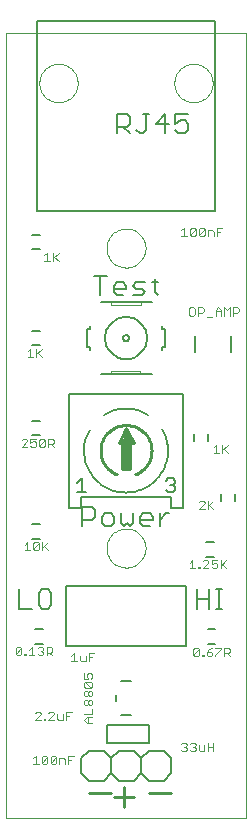
<source format=gto>
G75*
%MOIN*%
%OFA0B0*%
%FSLAX24Y24*%
%IPPOS*%
%LPD*%
%AMOC8*
5,1,8,0,0,1.08239X$1,22.5*
%
%ADD10C,0.0000*%
%ADD11C,0.0060*%
%ADD12C,0.0090*%
%ADD13C,0.0100*%
%ADD14C,0.0080*%
%ADD15C,0.0040*%
%ADD16C,0.0050*%
%ADD17C,0.0020*%
D10*
X000220Y000317D02*
X000220Y026487D01*
X008212Y026487D01*
X008212Y000317D01*
X000220Y000317D01*
X003570Y009317D02*
X003572Y009367D01*
X003578Y009417D01*
X003588Y009467D01*
X003601Y009515D01*
X003618Y009563D01*
X003639Y009609D01*
X003663Y009653D01*
X003691Y009695D01*
X003722Y009735D01*
X003756Y009772D01*
X003793Y009807D01*
X003832Y009838D01*
X003873Y009867D01*
X003917Y009892D01*
X003963Y009914D01*
X004010Y009932D01*
X004058Y009946D01*
X004107Y009957D01*
X004157Y009964D01*
X004207Y009967D01*
X004258Y009966D01*
X004308Y009961D01*
X004358Y009952D01*
X004406Y009940D01*
X004454Y009923D01*
X004500Y009903D01*
X004545Y009880D01*
X004588Y009853D01*
X004628Y009823D01*
X004666Y009790D01*
X004701Y009754D01*
X004734Y009715D01*
X004763Y009674D01*
X004789Y009631D01*
X004812Y009586D01*
X004831Y009539D01*
X004846Y009491D01*
X004858Y009442D01*
X004866Y009392D01*
X004870Y009342D01*
X004870Y009292D01*
X004866Y009242D01*
X004858Y009192D01*
X004846Y009143D01*
X004831Y009095D01*
X004812Y009048D01*
X004789Y009003D01*
X004763Y008960D01*
X004734Y008919D01*
X004701Y008880D01*
X004666Y008844D01*
X004628Y008811D01*
X004588Y008781D01*
X004545Y008754D01*
X004500Y008731D01*
X004454Y008711D01*
X004406Y008694D01*
X004358Y008682D01*
X004308Y008673D01*
X004258Y008668D01*
X004207Y008667D01*
X004157Y008670D01*
X004107Y008677D01*
X004058Y008688D01*
X004010Y008702D01*
X003963Y008720D01*
X003917Y008742D01*
X003873Y008767D01*
X003832Y008796D01*
X003793Y008827D01*
X003756Y008862D01*
X003722Y008899D01*
X003691Y008939D01*
X003663Y008981D01*
X003639Y009025D01*
X003618Y009071D01*
X003601Y009119D01*
X003588Y009167D01*
X003578Y009217D01*
X003572Y009267D01*
X003570Y009317D01*
X003570Y019317D02*
X003572Y019367D01*
X003578Y019417D01*
X003588Y019467D01*
X003601Y019515D01*
X003618Y019563D01*
X003639Y019609D01*
X003663Y019653D01*
X003691Y019695D01*
X003722Y019735D01*
X003756Y019772D01*
X003793Y019807D01*
X003832Y019838D01*
X003873Y019867D01*
X003917Y019892D01*
X003963Y019914D01*
X004010Y019932D01*
X004058Y019946D01*
X004107Y019957D01*
X004157Y019964D01*
X004207Y019967D01*
X004258Y019966D01*
X004308Y019961D01*
X004358Y019952D01*
X004406Y019940D01*
X004454Y019923D01*
X004500Y019903D01*
X004545Y019880D01*
X004588Y019853D01*
X004628Y019823D01*
X004666Y019790D01*
X004701Y019754D01*
X004734Y019715D01*
X004763Y019674D01*
X004789Y019631D01*
X004812Y019586D01*
X004831Y019539D01*
X004846Y019491D01*
X004858Y019442D01*
X004866Y019392D01*
X004870Y019342D01*
X004870Y019292D01*
X004866Y019242D01*
X004858Y019192D01*
X004846Y019143D01*
X004831Y019095D01*
X004812Y019048D01*
X004789Y019003D01*
X004763Y018960D01*
X004734Y018919D01*
X004701Y018880D01*
X004666Y018844D01*
X004628Y018811D01*
X004588Y018781D01*
X004545Y018754D01*
X004500Y018731D01*
X004454Y018711D01*
X004406Y018694D01*
X004358Y018682D01*
X004308Y018673D01*
X004258Y018668D01*
X004207Y018667D01*
X004157Y018670D01*
X004107Y018677D01*
X004058Y018688D01*
X004010Y018702D01*
X003963Y018720D01*
X003917Y018742D01*
X003873Y018767D01*
X003832Y018796D01*
X003793Y018827D01*
X003756Y018862D01*
X003722Y018899D01*
X003691Y018939D01*
X003663Y018981D01*
X003639Y019025D01*
X003618Y019071D01*
X003601Y019119D01*
X003588Y019167D01*
X003578Y019217D01*
X003572Y019267D01*
X003570Y019317D01*
X001330Y024817D02*
X001332Y024867D01*
X001338Y024917D01*
X001348Y024966D01*
X001361Y025015D01*
X001379Y025062D01*
X001400Y025108D01*
X001424Y025151D01*
X001452Y025193D01*
X001483Y025233D01*
X001517Y025270D01*
X001554Y025304D01*
X001594Y025335D01*
X001636Y025363D01*
X001679Y025387D01*
X001725Y025408D01*
X001772Y025426D01*
X001821Y025439D01*
X001870Y025449D01*
X001920Y025455D01*
X001970Y025457D01*
X002020Y025455D01*
X002070Y025449D01*
X002119Y025439D01*
X002168Y025426D01*
X002215Y025408D01*
X002261Y025387D01*
X002304Y025363D01*
X002346Y025335D01*
X002386Y025304D01*
X002423Y025270D01*
X002457Y025233D01*
X002488Y025193D01*
X002516Y025151D01*
X002540Y025108D01*
X002561Y025062D01*
X002579Y025015D01*
X002592Y024966D01*
X002602Y024917D01*
X002608Y024867D01*
X002610Y024817D01*
X002608Y024767D01*
X002602Y024717D01*
X002592Y024668D01*
X002579Y024619D01*
X002561Y024572D01*
X002540Y024526D01*
X002516Y024483D01*
X002488Y024441D01*
X002457Y024401D01*
X002423Y024364D01*
X002386Y024330D01*
X002346Y024299D01*
X002304Y024271D01*
X002261Y024247D01*
X002215Y024226D01*
X002168Y024208D01*
X002119Y024195D01*
X002070Y024185D01*
X002020Y024179D01*
X001970Y024177D01*
X001920Y024179D01*
X001870Y024185D01*
X001821Y024195D01*
X001772Y024208D01*
X001725Y024226D01*
X001679Y024247D01*
X001636Y024271D01*
X001594Y024299D01*
X001554Y024330D01*
X001517Y024364D01*
X001483Y024401D01*
X001452Y024441D01*
X001424Y024483D01*
X001400Y024526D01*
X001379Y024572D01*
X001361Y024619D01*
X001348Y024668D01*
X001338Y024717D01*
X001332Y024767D01*
X001330Y024817D01*
X005830Y024817D02*
X005832Y024867D01*
X005838Y024917D01*
X005848Y024966D01*
X005861Y025015D01*
X005879Y025062D01*
X005900Y025108D01*
X005924Y025151D01*
X005952Y025193D01*
X005983Y025233D01*
X006017Y025270D01*
X006054Y025304D01*
X006094Y025335D01*
X006136Y025363D01*
X006179Y025387D01*
X006225Y025408D01*
X006272Y025426D01*
X006321Y025439D01*
X006370Y025449D01*
X006420Y025455D01*
X006470Y025457D01*
X006520Y025455D01*
X006570Y025449D01*
X006619Y025439D01*
X006668Y025426D01*
X006715Y025408D01*
X006761Y025387D01*
X006804Y025363D01*
X006846Y025335D01*
X006886Y025304D01*
X006923Y025270D01*
X006957Y025233D01*
X006988Y025193D01*
X007016Y025151D01*
X007040Y025108D01*
X007061Y025062D01*
X007079Y025015D01*
X007092Y024966D01*
X007102Y024917D01*
X007108Y024867D01*
X007110Y024817D01*
X007108Y024767D01*
X007102Y024717D01*
X007092Y024668D01*
X007079Y024619D01*
X007061Y024572D01*
X007040Y024526D01*
X007016Y024483D01*
X006988Y024441D01*
X006957Y024401D01*
X006923Y024364D01*
X006886Y024330D01*
X006846Y024299D01*
X006804Y024271D01*
X006761Y024247D01*
X006715Y024226D01*
X006668Y024208D01*
X006619Y024195D01*
X006570Y024185D01*
X006520Y024179D01*
X006470Y024177D01*
X006420Y024179D01*
X006370Y024185D01*
X006321Y024195D01*
X006272Y024208D01*
X006225Y024226D01*
X006179Y024247D01*
X006136Y024271D01*
X006094Y024299D01*
X006054Y024330D01*
X006017Y024364D01*
X005983Y024401D01*
X005952Y024441D01*
X005924Y024483D01*
X005900Y024526D01*
X005879Y024572D01*
X005861Y024619D01*
X005848Y024668D01*
X005838Y024717D01*
X005832Y024767D01*
X005830Y024817D01*
D11*
X005855Y023787D02*
X005855Y023467D01*
X006069Y023574D01*
X006176Y023574D01*
X006282Y023467D01*
X006282Y023253D01*
X006176Y023147D01*
X005962Y023147D01*
X005855Y023253D01*
X005638Y023467D02*
X005211Y023467D01*
X005531Y023787D01*
X005531Y023147D01*
X004887Y023253D02*
X004780Y023147D01*
X004673Y023147D01*
X004566Y023253D01*
X004349Y023147D02*
X004135Y023360D01*
X004242Y023360D02*
X003922Y023360D01*
X003922Y023147D02*
X003922Y023787D01*
X004242Y023787D01*
X004349Y023680D01*
X004349Y023467D01*
X004242Y023360D01*
X004887Y023253D02*
X004887Y023787D01*
X004993Y023787D02*
X004780Y023787D01*
X005855Y023787D02*
X006282Y023787D01*
X001338Y019753D02*
X001102Y019753D01*
X001102Y019280D02*
X001338Y019280D01*
X003370Y017517D02*
X003720Y017517D01*
X004720Y017517D01*
X005070Y017517D01*
X005420Y016717D02*
X005420Y016617D01*
X005520Y016617D01*
X005520Y016017D01*
X005420Y016017D01*
X005420Y015917D01*
X005070Y015117D02*
X004670Y015117D01*
X003720Y015117D01*
X003370Y015117D01*
X003020Y015917D02*
X003020Y016017D01*
X002920Y016017D01*
X002920Y016617D01*
X003020Y016617D01*
X003020Y016717D01*
X004120Y016317D02*
X004122Y016337D01*
X004128Y016355D01*
X004137Y016373D01*
X004149Y016388D01*
X004164Y016400D01*
X004182Y016409D01*
X004200Y016415D01*
X004220Y016417D01*
X004240Y016415D01*
X004258Y016409D01*
X004276Y016400D01*
X004291Y016388D01*
X004303Y016373D01*
X004312Y016355D01*
X004318Y016337D01*
X004320Y016317D01*
X004318Y016297D01*
X004312Y016279D01*
X004303Y016261D01*
X004291Y016246D01*
X004276Y016234D01*
X004258Y016225D01*
X004240Y016219D01*
X004220Y016217D01*
X004200Y016219D01*
X004182Y016225D01*
X004164Y016234D01*
X004149Y016246D01*
X004137Y016261D01*
X004128Y016279D01*
X004122Y016297D01*
X004120Y016317D01*
X003520Y016317D02*
X003522Y016369D01*
X003528Y016421D01*
X003538Y016473D01*
X003551Y016523D01*
X003568Y016573D01*
X003589Y016621D01*
X003614Y016667D01*
X003642Y016711D01*
X003673Y016753D01*
X003707Y016793D01*
X003744Y016830D01*
X003784Y016864D01*
X003826Y016895D01*
X003870Y016923D01*
X003916Y016948D01*
X003964Y016969D01*
X004014Y016986D01*
X004064Y016999D01*
X004116Y017009D01*
X004168Y017015D01*
X004220Y017017D01*
X004272Y017015D01*
X004324Y017009D01*
X004376Y016999D01*
X004426Y016986D01*
X004476Y016969D01*
X004524Y016948D01*
X004570Y016923D01*
X004614Y016895D01*
X004656Y016864D01*
X004696Y016830D01*
X004733Y016793D01*
X004767Y016753D01*
X004798Y016711D01*
X004826Y016667D01*
X004851Y016621D01*
X004872Y016573D01*
X004889Y016523D01*
X004902Y016473D01*
X004912Y016421D01*
X004918Y016369D01*
X004920Y016317D01*
X004918Y016265D01*
X004912Y016213D01*
X004902Y016161D01*
X004889Y016111D01*
X004872Y016061D01*
X004851Y016013D01*
X004826Y015967D01*
X004798Y015923D01*
X004767Y015881D01*
X004733Y015841D01*
X004696Y015804D01*
X004656Y015770D01*
X004614Y015739D01*
X004570Y015711D01*
X004524Y015686D01*
X004476Y015665D01*
X004426Y015648D01*
X004376Y015635D01*
X004324Y015625D01*
X004272Y015619D01*
X004220Y015617D01*
X004168Y015619D01*
X004116Y015625D01*
X004064Y015635D01*
X004014Y015648D01*
X003964Y015665D01*
X003916Y015686D01*
X003870Y015711D01*
X003826Y015739D01*
X003784Y015770D01*
X003744Y015804D01*
X003707Y015841D01*
X003673Y015881D01*
X003642Y015923D01*
X003614Y015967D01*
X003589Y016013D01*
X003568Y016061D01*
X003551Y016111D01*
X003538Y016161D01*
X003528Y016213D01*
X003522Y016265D01*
X003520Y016317D01*
X001338Y016553D02*
X001102Y016553D01*
X001102Y016080D02*
X001338Y016080D01*
X002320Y014457D02*
X002320Y010667D01*
X002720Y010667D01*
X002720Y011017D01*
X005720Y011017D01*
X005720Y010667D01*
X006120Y010667D01*
X006120Y014457D01*
X002320Y014457D01*
X001338Y013553D02*
X001102Y013553D01*
X001102Y013080D02*
X001338Y013080D01*
X003004Y013262D02*
X002970Y013197D01*
X002939Y013131D01*
X002911Y013063D01*
X002887Y012994D01*
X002866Y012924D01*
X002849Y012853D01*
X002836Y012781D01*
X002827Y012708D01*
X002822Y012635D01*
X002820Y012562D01*
X002822Y012489D01*
X002828Y012416D01*
X002838Y012344D01*
X002851Y012272D01*
X002869Y012201D01*
X002890Y012131D01*
X002914Y012062D01*
X002942Y011994D01*
X002974Y011928D01*
X003009Y011864D01*
X003047Y011802D01*
X003089Y011742D01*
X003134Y011684D01*
X003181Y011628D01*
X003232Y011575D01*
X003285Y011525D01*
X003341Y011478D01*
X003399Y011433D01*
X003459Y011392D01*
X003521Y011354D01*
X003586Y011319D01*
X003652Y011288D01*
X003719Y011260D01*
X003788Y011235D01*
X003858Y011215D01*
X003930Y011197D01*
X004001Y011184D01*
X004074Y011175D01*
X004147Y011169D01*
X004220Y011167D01*
X004950Y013762D02*
X004890Y013797D01*
X004827Y013828D01*
X004764Y013857D01*
X004699Y013883D01*
X004633Y013905D01*
X004565Y013924D01*
X004497Y013939D01*
X004429Y013951D01*
X004359Y013960D01*
X004290Y013965D01*
X004220Y013967D01*
X005421Y013287D02*
X005457Y013223D01*
X005490Y013157D01*
X005519Y013089D01*
X005545Y013020D01*
X005567Y012949D01*
X005585Y012878D01*
X005600Y012805D01*
X005610Y012732D01*
X005617Y012658D01*
X005620Y012585D01*
X005619Y012511D01*
X005614Y012437D01*
X005605Y012364D01*
X005593Y012291D01*
X005576Y012219D01*
X005556Y012148D01*
X005532Y012078D01*
X005504Y012009D01*
X005473Y011942D01*
X005438Y011877D01*
X005400Y011814D01*
X005359Y011753D01*
X005314Y011694D01*
X005267Y011637D01*
X005216Y011583D01*
X005163Y011532D01*
X005107Y011484D01*
X005049Y011439D01*
X004988Y011396D01*
X004925Y011358D01*
X004860Y011322D01*
X004794Y011290D01*
X004726Y011261D01*
X004656Y011237D01*
X004585Y011215D01*
X004513Y011198D01*
X004441Y011185D01*
X004368Y011175D01*
X004294Y011169D01*
X004220Y011167D01*
X003500Y013767D02*
X003559Y013801D01*
X003621Y013832D01*
X003684Y013860D01*
X003748Y013885D01*
X003813Y013907D01*
X003880Y013925D01*
X003947Y013940D01*
X004014Y013952D01*
X004083Y013960D01*
X004151Y013965D01*
X004220Y013967D01*
X006484Y013135D02*
X006484Y012899D01*
X006956Y012899D02*
X006956Y013135D01*
X007384Y011135D02*
X007384Y010899D01*
X007856Y010899D02*
X007856Y011135D01*
X007138Y009503D02*
X006902Y009503D01*
X006902Y009030D02*
X007138Y009030D01*
X007220Y007937D02*
X007434Y007937D01*
X007327Y007937D02*
X007327Y007297D01*
X007220Y007297D02*
X007434Y007297D01*
X007003Y007297D02*
X007003Y007937D01*
X007003Y007617D02*
X006576Y007617D01*
X006576Y007297D02*
X006576Y007937D01*
X006952Y006603D02*
X007188Y006603D01*
X007188Y006130D02*
X006952Y006130D01*
X005470Y002567D02*
X004970Y002567D01*
X004720Y002317D01*
X004720Y001817D01*
X004970Y001567D01*
X005470Y001567D01*
X005720Y001817D01*
X005720Y002317D01*
X005470Y002567D01*
X004720Y002317D02*
X004470Y002567D01*
X003970Y002567D01*
X003720Y002317D01*
X003720Y001817D01*
X003970Y001567D01*
X004470Y001567D01*
X004720Y001817D01*
X003720Y001817D02*
X003470Y001567D01*
X002970Y001567D01*
X002720Y001817D01*
X002720Y002317D01*
X002970Y002567D01*
X003470Y002567D01*
X003720Y002317D01*
X001438Y006130D02*
X001202Y006130D01*
X001202Y006603D02*
X001438Y006603D01*
X001412Y007297D02*
X001626Y007297D01*
X001732Y007403D01*
X001732Y007830D01*
X001626Y007937D01*
X001412Y007937D01*
X001305Y007830D01*
X001305Y007403D01*
X001412Y007297D01*
X001088Y007297D02*
X000661Y007297D01*
X000661Y007937D01*
X001102Y009630D02*
X001338Y009630D01*
X001338Y010103D02*
X001102Y010103D01*
X006512Y015836D02*
X006512Y016397D01*
X007728Y016397D02*
X007728Y015836D01*
D12*
X004152Y001354D02*
X004152Y000680D01*
X003815Y001017D02*
X004489Y001017D01*
D13*
X004970Y001167D02*
X005704Y001167D01*
X003704Y001167D02*
X002970Y001167D01*
X004090Y011947D02*
X004090Y012817D01*
X004070Y012817D01*
X004070Y012967D01*
X004070Y012817D02*
X003970Y012817D01*
X004220Y013317D01*
X004470Y012817D01*
X004370Y012817D01*
X004370Y012967D01*
X004370Y012817D02*
X004340Y012817D01*
X004320Y012817D01*
X004340Y012817D02*
X004340Y011947D01*
X004090Y011947D01*
X004170Y011967D02*
X004170Y013167D01*
X004270Y013167D01*
X004270Y011967D01*
X004220Y011967D02*
X004170Y011967D01*
X004518Y011771D02*
X004572Y011793D01*
X004623Y011819D01*
X004673Y011848D01*
X004721Y011880D01*
X004766Y011916D01*
X004809Y011954D01*
X004849Y011996D01*
X004887Y012040D01*
X004921Y012086D01*
X004952Y012135D01*
X004980Y012186D01*
X005004Y012238D01*
X005024Y012292D01*
X005041Y012347D01*
X005054Y012403D01*
X005063Y012460D01*
X005069Y012518D01*
X005070Y012575D01*
X005067Y012633D01*
X005061Y012690D01*
X005051Y012747D01*
X005037Y012803D01*
X005019Y012858D01*
X004997Y012911D01*
X004972Y012963D01*
X004943Y013013D01*
X004912Y013061D01*
X004876Y013107D01*
X004838Y013150D01*
X004797Y013191D01*
X004754Y013229D01*
X004708Y013263D01*
X004659Y013295D01*
X004609Y013323D01*
X004557Y013347D01*
X004503Y013369D01*
X004448Y013386D01*
X004392Y013399D01*
X004335Y013409D01*
X004278Y013415D01*
X004220Y013417D01*
X004120Y012817D02*
X004090Y012817D01*
X004220Y013417D02*
X004162Y013415D01*
X004105Y013409D01*
X004048Y013399D01*
X003992Y013386D01*
X003937Y013369D01*
X003883Y013347D01*
X003831Y013323D01*
X003781Y013295D01*
X003732Y013263D01*
X003686Y013229D01*
X003643Y013191D01*
X003602Y013150D01*
X003564Y013107D01*
X003528Y013061D01*
X003497Y013013D01*
X003468Y012963D01*
X003443Y012911D01*
X003421Y012858D01*
X003403Y012803D01*
X003389Y012747D01*
X003379Y012690D01*
X003373Y012633D01*
X003370Y012575D01*
X003371Y012518D01*
X003377Y012460D01*
X003386Y012403D01*
X003399Y012347D01*
X003416Y012292D01*
X003436Y012238D01*
X003460Y012186D01*
X003488Y012135D01*
X003519Y012086D01*
X003553Y012040D01*
X003591Y011996D01*
X003631Y011954D01*
X003674Y011916D01*
X003719Y011880D01*
X003767Y011848D01*
X003817Y011819D01*
X003868Y011793D01*
X003922Y011771D01*
D14*
X003070Y010677D02*
X002760Y010677D01*
X002760Y010057D01*
X002760Y010264D02*
X003070Y010264D01*
X003174Y010367D01*
X003174Y010574D01*
X003070Y010677D01*
X003405Y010367D02*
X003405Y010160D01*
X003508Y010057D01*
X003715Y010057D01*
X003818Y010160D01*
X003818Y010367D01*
X003715Y010470D01*
X003508Y010470D01*
X003405Y010367D01*
X004049Y010470D02*
X004049Y010160D01*
X004153Y010057D01*
X004256Y010160D01*
X004359Y010057D01*
X004463Y010160D01*
X004463Y010470D01*
X004694Y010367D02*
X004797Y010470D01*
X005004Y010470D01*
X005107Y010367D01*
X005107Y010264D01*
X004694Y010264D01*
X004694Y010367D02*
X004694Y010160D01*
X004797Y010057D01*
X005004Y010057D01*
X005338Y010057D02*
X005338Y010470D01*
X005338Y010264D02*
X005545Y010470D01*
X005648Y010470D01*
X006220Y008067D02*
X006220Y006067D01*
X002220Y006067D01*
X002220Y008067D01*
X006220Y008067D01*
X004389Y004877D02*
X004051Y004877D01*
X003901Y004422D02*
X003901Y004211D01*
X004051Y003757D02*
X004389Y003757D01*
X004449Y017757D02*
X004759Y017757D01*
X004863Y017860D01*
X004759Y017964D01*
X004553Y017964D01*
X004449Y018067D01*
X004553Y018170D01*
X004863Y018170D01*
X005094Y018170D02*
X005300Y018170D01*
X005197Y018274D02*
X005197Y017860D01*
X005300Y017757D01*
X004218Y017964D02*
X003805Y017964D01*
X003805Y018067D02*
X003908Y018170D01*
X004115Y018170D01*
X004218Y018067D01*
X004218Y017964D01*
X004115Y017757D02*
X003908Y017757D01*
X003805Y017860D01*
X003805Y018067D01*
X003367Y017757D02*
X003367Y018377D01*
X003160Y018377D02*
X003574Y018377D01*
X001257Y020557D02*
X001257Y026880D01*
X007183Y026880D01*
X007183Y020557D01*
X001257Y020557D01*
D15*
X001583Y019167D02*
X001583Y018887D01*
X001490Y018887D02*
X001677Y018887D01*
X001785Y018887D02*
X001785Y019167D01*
X001831Y019027D02*
X001971Y018887D01*
X001785Y018980D02*
X001971Y019167D01*
X001583Y019167D02*
X001490Y019073D01*
X001421Y015967D02*
X001235Y015780D01*
X001281Y015827D02*
X001421Y015687D01*
X001235Y015687D02*
X001235Y015967D01*
X001033Y015967D02*
X001033Y015687D01*
X000940Y015687D02*
X001127Y015687D01*
X000940Y015873D02*
X001033Y015967D01*
X001035Y012967D02*
X001035Y012827D01*
X001128Y012873D01*
X001175Y012873D01*
X001221Y012827D01*
X001221Y012733D01*
X001175Y012687D01*
X001081Y012687D01*
X001035Y012733D01*
X000927Y012687D02*
X000740Y012687D01*
X000927Y012873D01*
X000927Y012920D01*
X000880Y012967D01*
X000787Y012967D01*
X000740Y012920D01*
X001035Y012967D02*
X001221Y012967D01*
X001329Y012920D02*
X001376Y012967D01*
X001469Y012967D01*
X001516Y012920D01*
X001329Y012733D01*
X001376Y012687D01*
X001469Y012687D01*
X001516Y012733D01*
X001516Y012920D01*
X001624Y012967D02*
X001624Y012687D01*
X001624Y012780D02*
X001764Y012780D01*
X001811Y012827D01*
X001811Y012920D01*
X001764Y012967D01*
X001624Y012967D01*
X001717Y012780D02*
X001811Y012687D01*
X001329Y012733D02*
X001329Y012920D01*
X001275Y009517D02*
X001181Y009517D01*
X001135Y009470D01*
X001135Y009283D01*
X001321Y009470D01*
X001321Y009283D01*
X001275Y009237D01*
X001181Y009237D01*
X001135Y009283D01*
X001027Y009237D02*
X000840Y009237D01*
X000933Y009237D02*
X000933Y009517D01*
X000840Y009423D01*
X001275Y009517D02*
X001321Y009470D01*
X001429Y009517D02*
X001429Y009237D01*
X001429Y009330D02*
X001616Y009517D01*
X001476Y009377D02*
X001616Y009237D01*
X001571Y006017D02*
X001711Y006017D01*
X001758Y005970D01*
X001758Y005877D01*
X001711Y005830D01*
X001571Y005830D01*
X001571Y005737D02*
X001571Y006017D01*
X001463Y005970D02*
X001463Y005923D01*
X001417Y005877D01*
X001463Y005830D01*
X001463Y005783D01*
X001417Y005737D01*
X001323Y005737D01*
X001277Y005783D01*
X001169Y005737D02*
X000982Y005737D01*
X001075Y005737D02*
X001075Y006017D01*
X000982Y005923D01*
X000881Y005783D02*
X000881Y005737D01*
X000835Y005737D01*
X000835Y005783D01*
X000881Y005783D01*
X000727Y005783D02*
X000680Y005737D01*
X000587Y005737D01*
X000540Y005783D01*
X000727Y005970D01*
X000727Y005783D01*
X000540Y005783D02*
X000540Y005970D01*
X000587Y006017D01*
X000680Y006017D01*
X000727Y005970D01*
X001277Y005970D02*
X001323Y006017D01*
X001417Y006017D01*
X001463Y005970D01*
X001417Y005877D02*
X001370Y005877D01*
X001665Y005830D02*
X001758Y005737D01*
X002390Y005723D02*
X002483Y005817D01*
X002483Y005537D01*
X002390Y005537D02*
X002577Y005537D01*
X002685Y005583D02*
X002731Y005537D01*
X002871Y005537D01*
X002871Y005723D01*
X002979Y005677D02*
X003073Y005677D01*
X002979Y005817D02*
X003166Y005817D01*
X002979Y005817D02*
X002979Y005537D01*
X002685Y005583D02*
X002685Y005723D01*
X002820Y005147D02*
X002820Y004960D01*
X002960Y004960D01*
X002913Y005053D01*
X002913Y005100D01*
X002960Y005147D01*
X003053Y005147D01*
X003100Y005100D01*
X003100Y005007D01*
X003053Y004960D01*
X003053Y004852D02*
X003100Y004805D01*
X003100Y004712D01*
X003053Y004665D01*
X002866Y004852D01*
X003053Y004852D01*
X002866Y004852D02*
X002820Y004805D01*
X002820Y004712D01*
X002866Y004665D01*
X003053Y004665D01*
X003053Y004557D02*
X003100Y004511D01*
X003100Y004417D01*
X003053Y004371D01*
X003007Y004371D01*
X002960Y004417D01*
X002960Y004511D01*
X003007Y004557D01*
X003053Y004557D01*
X002960Y004511D02*
X002913Y004557D01*
X002866Y004557D01*
X002820Y004511D01*
X002820Y004417D01*
X002866Y004371D01*
X002913Y004371D01*
X002960Y004417D01*
X003007Y004263D02*
X003053Y004263D01*
X003100Y004216D01*
X003100Y004123D01*
X003053Y004076D01*
X003007Y004076D01*
X002960Y004123D01*
X002960Y004216D01*
X003007Y004263D01*
X002960Y004216D02*
X002913Y004263D01*
X002866Y004263D01*
X002820Y004216D01*
X002820Y004123D01*
X002866Y004076D01*
X002913Y004076D01*
X002960Y004123D01*
X003100Y003968D02*
X003100Y003781D01*
X002820Y003781D01*
X002913Y003673D02*
X002820Y003580D01*
X002913Y003487D01*
X003100Y003487D01*
X002960Y003487D02*
X002960Y003673D01*
X002913Y003673D02*
X003100Y003673D01*
X002408Y003867D02*
X002221Y003867D01*
X002221Y003587D01*
X002113Y003587D02*
X002113Y003773D01*
X002221Y003727D02*
X002315Y003727D01*
X002113Y003587D02*
X001973Y003587D01*
X001927Y003633D01*
X001927Y003773D01*
X001819Y003773D02*
X001819Y003820D01*
X001772Y003867D01*
X001679Y003867D01*
X001632Y003820D01*
X001819Y003773D02*
X001632Y003587D01*
X001819Y003587D01*
X001531Y003587D02*
X001485Y003587D01*
X001485Y003633D01*
X001531Y003633D01*
X001531Y003587D01*
X001377Y003587D02*
X001190Y003587D01*
X001377Y003773D01*
X001377Y003820D01*
X001330Y003867D01*
X001237Y003867D01*
X001190Y003820D01*
X001210Y002397D02*
X001210Y002117D01*
X001117Y002117D02*
X001304Y002117D01*
X001411Y002163D02*
X001458Y002117D01*
X001552Y002117D01*
X001598Y002163D01*
X001598Y002350D01*
X001411Y002163D01*
X001411Y002350D01*
X001458Y002397D01*
X001552Y002397D01*
X001598Y002350D01*
X001706Y002350D02*
X001753Y002397D01*
X001846Y002397D01*
X001893Y002350D01*
X001706Y002163D01*
X001753Y002117D01*
X001846Y002117D01*
X001893Y002163D01*
X001893Y002350D01*
X002001Y002303D02*
X002001Y002117D01*
X002001Y002303D02*
X002141Y002303D01*
X002188Y002257D01*
X002188Y002117D01*
X002295Y002117D02*
X002295Y002397D01*
X002482Y002397D01*
X002389Y002257D02*
X002295Y002257D01*
X001706Y002163D02*
X001706Y002350D01*
X001210Y002397D02*
X001117Y002303D01*
X006055Y002601D02*
X006102Y002554D01*
X006195Y002554D01*
X006242Y002601D01*
X006242Y002647D01*
X006195Y002694D01*
X006149Y002694D01*
X006195Y002694D02*
X006242Y002741D01*
X006242Y002788D01*
X006195Y002834D01*
X006102Y002834D01*
X006055Y002788D01*
X006350Y002788D02*
X006396Y002834D01*
X006490Y002834D01*
X006537Y002788D01*
X006537Y002741D01*
X006490Y002694D01*
X006537Y002647D01*
X006537Y002601D01*
X006490Y002554D01*
X006396Y002554D01*
X006350Y002601D01*
X006443Y002694D02*
X006490Y002694D01*
X006644Y002741D02*
X006644Y002601D01*
X006691Y002554D01*
X006831Y002554D01*
X006831Y002741D01*
X006939Y002694D02*
X007126Y002694D01*
X007126Y002834D02*
X007126Y002554D01*
X006939Y002554D02*
X006939Y002834D01*
X006953Y005717D02*
X007046Y005717D01*
X007093Y005763D01*
X007093Y005810D01*
X007046Y005857D01*
X006906Y005857D01*
X006906Y005763D01*
X006953Y005717D01*
X006906Y005857D02*
X006999Y005950D01*
X007093Y005997D01*
X007201Y005997D02*
X007388Y005997D01*
X007388Y005950D01*
X007201Y005763D01*
X007201Y005717D01*
X007495Y005717D02*
X007495Y005997D01*
X007635Y005997D01*
X007682Y005950D01*
X007682Y005857D01*
X007635Y005810D01*
X007495Y005810D01*
X007589Y005810D02*
X007682Y005717D01*
X006805Y005717D02*
X006759Y005717D01*
X006759Y005763D01*
X006805Y005763D01*
X006805Y005717D01*
X006651Y005763D02*
X006651Y005950D01*
X006464Y005763D01*
X006511Y005717D01*
X006604Y005717D01*
X006651Y005763D01*
X006464Y005763D02*
X006464Y005950D01*
X006511Y005997D01*
X006604Y005997D01*
X006651Y005950D01*
X006681Y008637D02*
X006635Y008637D01*
X006635Y008683D01*
X006681Y008683D01*
X006681Y008637D01*
X006782Y008637D02*
X006969Y008823D01*
X006969Y008870D01*
X006922Y008917D01*
X006829Y008917D01*
X006782Y008870D01*
X006782Y008637D02*
X006969Y008637D01*
X007077Y008683D02*
X007123Y008637D01*
X007217Y008637D01*
X007263Y008683D01*
X007263Y008777D01*
X007217Y008823D01*
X007170Y008823D01*
X007077Y008777D01*
X007077Y008917D01*
X007263Y008917D01*
X007371Y008917D02*
X007371Y008637D01*
X007371Y008730D02*
X007558Y008917D01*
X007418Y008777D02*
X007558Y008637D01*
X006527Y008637D02*
X006340Y008637D01*
X006433Y008637D02*
X006433Y008917D01*
X006340Y008823D01*
X006651Y010617D02*
X006838Y010803D01*
X006838Y010850D01*
X006791Y010897D01*
X006697Y010897D01*
X006651Y010850D01*
X006651Y010617D02*
X006838Y010617D01*
X006945Y010617D02*
X006945Y010897D01*
X006992Y010757D02*
X007132Y010617D01*
X006945Y010710D02*
X007132Y010897D01*
X007140Y012487D02*
X007327Y012487D01*
X007233Y012487D02*
X007233Y012767D01*
X007140Y012673D01*
X007435Y012580D02*
X007621Y012767D01*
X007435Y012767D02*
X007435Y012487D01*
X007481Y012627D02*
X007621Y012487D01*
X007098Y017020D02*
X006911Y017020D01*
X006757Y017160D02*
X006617Y017160D01*
X006617Y017067D02*
X006617Y017347D01*
X006757Y017347D01*
X006804Y017300D01*
X006804Y017207D01*
X006757Y017160D01*
X006509Y017113D02*
X006509Y017300D01*
X006462Y017347D01*
X006369Y017347D01*
X006322Y017300D01*
X006322Y017113D01*
X006369Y017067D01*
X006462Y017067D01*
X006509Y017113D01*
X007206Y017067D02*
X007206Y017253D01*
X007299Y017347D01*
X007393Y017253D01*
X007393Y017067D01*
X007501Y017067D02*
X007501Y017347D01*
X007594Y017253D01*
X007688Y017347D01*
X007688Y017067D01*
X007795Y017067D02*
X007795Y017347D01*
X007935Y017347D01*
X007982Y017300D01*
X007982Y017207D01*
X007935Y017160D01*
X007795Y017160D01*
X007393Y017207D02*
X007206Y017207D01*
X007245Y019717D02*
X007245Y019997D01*
X007432Y019997D01*
X007339Y019857D02*
X007245Y019857D01*
X007138Y019857D02*
X007138Y019717D01*
X007138Y019857D02*
X007091Y019903D01*
X006951Y019903D01*
X006951Y019717D01*
X006843Y019763D02*
X006796Y019717D01*
X006703Y019717D01*
X006656Y019763D01*
X006843Y019950D01*
X006843Y019763D01*
X006656Y019763D02*
X006656Y019950D01*
X006703Y019997D01*
X006796Y019997D01*
X006843Y019950D01*
X006548Y019950D02*
X006502Y019997D01*
X006408Y019997D01*
X006361Y019950D01*
X006361Y019763D01*
X006548Y019950D01*
X006548Y019763D01*
X006502Y019717D01*
X006408Y019717D01*
X006361Y019763D01*
X006254Y019717D02*
X006067Y019717D01*
X006160Y019717D02*
X006160Y019997D01*
X006067Y019903D01*
D16*
X005770Y011642D02*
X005620Y011642D01*
X005545Y011567D01*
X005695Y011417D02*
X005770Y011417D01*
X005845Y011342D01*
X005845Y011267D01*
X005770Y011192D01*
X005620Y011192D01*
X005545Y011267D01*
X005770Y011417D02*
X005845Y011492D01*
X005845Y011567D01*
X005770Y011642D01*
X002895Y011192D02*
X002595Y011192D01*
X002745Y011192D02*
X002745Y011642D01*
X002595Y011492D01*
X003570Y003417D02*
X003570Y002817D01*
X004970Y002817D01*
X004970Y003417D01*
X003570Y003417D01*
D17*
X003720Y015117D02*
X003720Y015217D01*
X004670Y015217D01*
X004670Y015117D01*
X004720Y017417D02*
X003720Y017417D01*
X003720Y017517D01*
X004720Y017517D02*
X004720Y017417D01*
M02*

</source>
